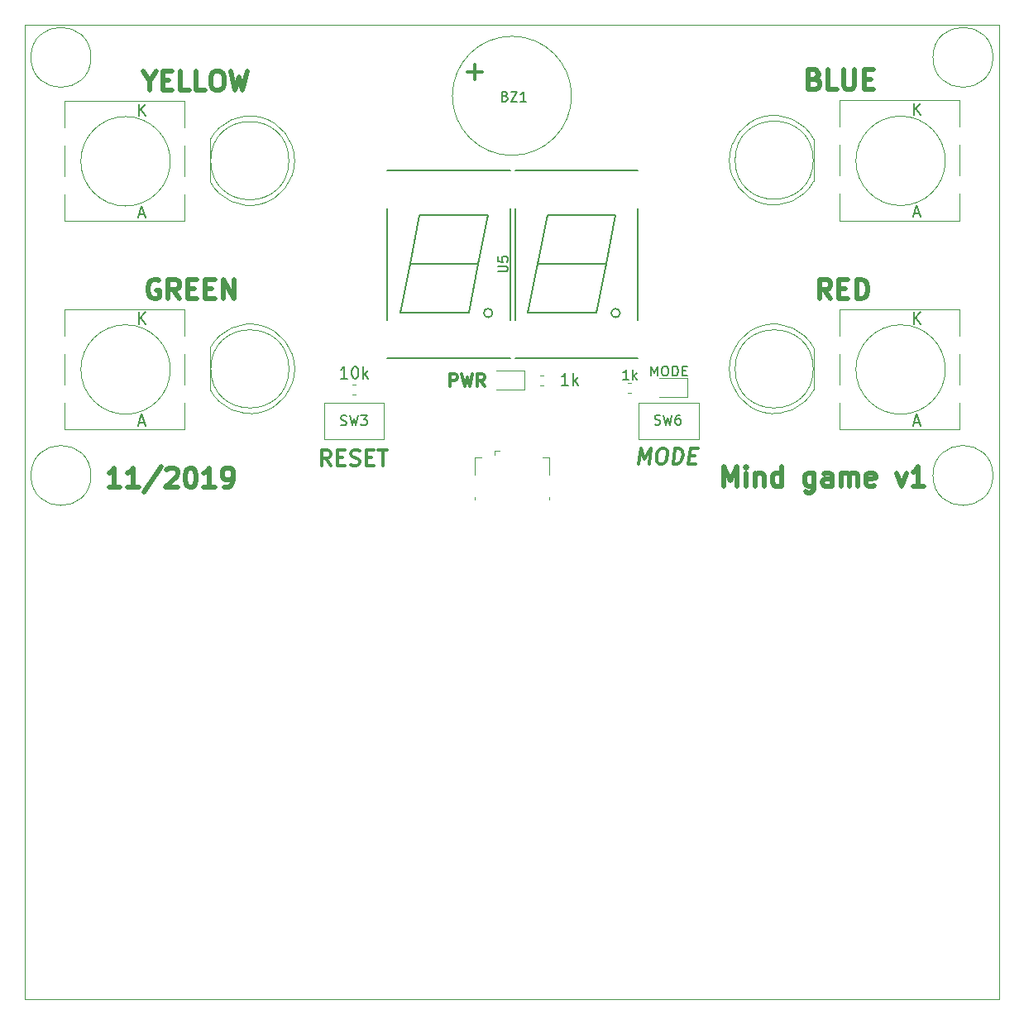
<source format=gbr>
G04 #@! TF.GenerationSoftware,KiCad,Pcbnew,(5.1.7)-1*
G04 #@! TF.CreationDate,2020-10-06T16:51:20+07:00*
G04 #@! TF.ProjectId,PIC16F1X_KIT2019,50494331-3646-4315-985f-4b4954323031,rev?*
G04 #@! TF.SameCoordinates,Original*
G04 #@! TF.FileFunction,Legend,Top*
G04 #@! TF.FilePolarity,Positive*
%FSLAX46Y46*%
G04 Gerber Fmt 4.6, Leading zero omitted, Abs format (unit mm)*
G04 Created by KiCad (PCBNEW (5.1.7)-1) date 2020-10-06 16:51:20*
%MOMM*%
%LPD*%
G01*
G04 APERTURE LIST*
%ADD10C,0.500000*%
%ADD11C,0.050000*%
%ADD12C,0.120000*%
%ADD13C,0.150000*%
%ADD14C,0.200000*%
%ADD15C,0.300000*%
G04 APERTURE END LIST*
D10*
X29417664Y-66238641D02*
X28274807Y-66238641D01*
X28846236Y-66238641D02*
X28846236Y-64238641D01*
X28655760Y-64524356D01*
X28465283Y-64714832D01*
X28274807Y-64810070D01*
X31322426Y-66238641D02*
X30179569Y-66238641D01*
X30750998Y-66238641D02*
X30750998Y-64238641D01*
X30560521Y-64524356D01*
X30370045Y-64714832D01*
X30179569Y-64810070D01*
X33608140Y-64143403D02*
X31893855Y-66714832D01*
X34179569Y-64429118D02*
X34274807Y-64333880D01*
X34465283Y-64238641D01*
X34941474Y-64238641D01*
X35131950Y-64333880D01*
X35227188Y-64429118D01*
X35322426Y-64619594D01*
X35322426Y-64810070D01*
X35227188Y-65095784D01*
X34084331Y-66238641D01*
X35322426Y-66238641D01*
X36560521Y-64238641D02*
X36750998Y-64238641D01*
X36941474Y-64333880D01*
X37036712Y-64429118D01*
X37131950Y-64619594D01*
X37227188Y-65000546D01*
X37227188Y-65476737D01*
X37131950Y-65857689D01*
X37036712Y-66048165D01*
X36941474Y-66143403D01*
X36750998Y-66238641D01*
X36560521Y-66238641D01*
X36370045Y-66143403D01*
X36274807Y-66048165D01*
X36179569Y-65857689D01*
X36084331Y-65476737D01*
X36084331Y-65000546D01*
X36179569Y-64619594D01*
X36274807Y-64429118D01*
X36370045Y-64333880D01*
X36560521Y-64238641D01*
X39131950Y-66238641D02*
X37989093Y-66238641D01*
X38560521Y-66238641D02*
X38560521Y-64238641D01*
X38370045Y-64524356D01*
X38179569Y-64714832D01*
X37989093Y-64810070D01*
X40084331Y-66238641D02*
X40465283Y-66238641D01*
X40655760Y-66143403D01*
X40750998Y-66048165D01*
X40941474Y-65762451D01*
X41036712Y-65381499D01*
X41036712Y-64619594D01*
X40941474Y-64429118D01*
X40846236Y-64333880D01*
X40655760Y-64238641D01*
X40274807Y-64238641D01*
X40084331Y-64333880D01*
X39989093Y-64429118D01*
X39893855Y-64619594D01*
X39893855Y-65095784D01*
X39989093Y-65286260D01*
X40084331Y-65381499D01*
X40274807Y-65476737D01*
X40655760Y-65476737D01*
X40846236Y-65381499D01*
X40941474Y-65286260D01*
X41036712Y-65095784D01*
X91226643Y-66116721D02*
X91226643Y-64116721D01*
X91893310Y-65545293D01*
X92559977Y-64116721D01*
X92559977Y-66116721D01*
X93512358Y-66116721D02*
X93512358Y-64783388D01*
X93512358Y-64116721D02*
X93417120Y-64211960D01*
X93512358Y-64307198D01*
X93607596Y-64211960D01*
X93512358Y-64116721D01*
X93512358Y-64307198D01*
X94464739Y-64783388D02*
X94464739Y-66116721D01*
X94464739Y-64973864D02*
X94559977Y-64878626D01*
X94750453Y-64783388D01*
X95036167Y-64783388D01*
X95226643Y-64878626D01*
X95321881Y-65069102D01*
X95321881Y-66116721D01*
X97131405Y-66116721D02*
X97131405Y-64116721D01*
X97131405Y-66021483D02*
X96940929Y-66116721D01*
X96559977Y-66116721D01*
X96369500Y-66021483D01*
X96274262Y-65926245D01*
X96179024Y-65735769D01*
X96179024Y-65164340D01*
X96274262Y-64973864D01*
X96369500Y-64878626D01*
X96559977Y-64783388D01*
X96940929Y-64783388D01*
X97131405Y-64878626D01*
X100464739Y-64783388D02*
X100464739Y-66402436D01*
X100369500Y-66592912D01*
X100274262Y-66688150D01*
X100083786Y-66783388D01*
X99798072Y-66783388D01*
X99607596Y-66688150D01*
X100464739Y-66021483D02*
X100274262Y-66116721D01*
X99893310Y-66116721D01*
X99702834Y-66021483D01*
X99607596Y-65926245D01*
X99512358Y-65735769D01*
X99512358Y-65164340D01*
X99607596Y-64973864D01*
X99702834Y-64878626D01*
X99893310Y-64783388D01*
X100274262Y-64783388D01*
X100464739Y-64878626D01*
X102274262Y-66116721D02*
X102274262Y-65069102D01*
X102179024Y-64878626D01*
X101988548Y-64783388D01*
X101607596Y-64783388D01*
X101417120Y-64878626D01*
X102274262Y-66021483D02*
X102083786Y-66116721D01*
X101607596Y-66116721D01*
X101417120Y-66021483D01*
X101321881Y-65831007D01*
X101321881Y-65640531D01*
X101417120Y-65450055D01*
X101607596Y-65354817D01*
X102083786Y-65354817D01*
X102274262Y-65259579D01*
X103226643Y-66116721D02*
X103226643Y-64783388D01*
X103226643Y-64973864D02*
X103321881Y-64878626D01*
X103512358Y-64783388D01*
X103798072Y-64783388D01*
X103988548Y-64878626D01*
X104083786Y-65069102D01*
X104083786Y-66116721D01*
X104083786Y-65069102D02*
X104179024Y-64878626D01*
X104369500Y-64783388D01*
X104655215Y-64783388D01*
X104845691Y-64878626D01*
X104940929Y-65069102D01*
X104940929Y-66116721D01*
X106655215Y-66021483D02*
X106464739Y-66116721D01*
X106083786Y-66116721D01*
X105893310Y-66021483D01*
X105798072Y-65831007D01*
X105798072Y-65069102D01*
X105893310Y-64878626D01*
X106083786Y-64783388D01*
X106464739Y-64783388D01*
X106655215Y-64878626D01*
X106750453Y-65069102D01*
X106750453Y-65259579D01*
X105798072Y-65450055D01*
X108940929Y-64783388D02*
X109417120Y-66116721D01*
X109893310Y-64783388D01*
X111702834Y-66116721D02*
X110559977Y-66116721D01*
X111131405Y-66116721D02*
X111131405Y-64116721D01*
X110940929Y-64402436D01*
X110750453Y-64592912D01*
X110559977Y-64688150D01*
D11*
X26439720Y-65024000D02*
G75*
G03*
X26439720Y-65024000I-3071720J0D01*
G01*
X26439720Y-22225000D02*
G75*
G03*
X26439720Y-22225000I-3071720J0D01*
G01*
X118768720Y-22225000D02*
G75*
G03*
X118768720Y-22225000I-3071720J0D01*
G01*
X118768720Y-65024000D02*
G75*
G03*
X118768720Y-65024000I-3071720J0D01*
G01*
D12*
X119380000Y-18923000D02*
X19685000Y-18923000D01*
X119380000Y-18923000D02*
X119380000Y-118618000D01*
X19685000Y-118618000D02*
X19685000Y-18923000D01*
X19685000Y-118618000D02*
X119380000Y-118618000D01*
X115366520Y-47988200D02*
X115366520Y-50708200D01*
X115366520Y-57568200D02*
X115366520Y-60288200D01*
X103066520Y-55708200D02*
X103066520Y-52568200D01*
X103066520Y-60288200D02*
X103066520Y-57568200D01*
X113895570Y-54178200D02*
G75*
G03*
X113895570Y-54178200I-4579050J0D01*
G01*
X103066520Y-50708200D02*
X103066520Y-47988200D01*
X115366520Y-60288200D02*
X103066520Y-60288200D01*
X115366520Y-52568200D02*
X115366520Y-55708200D01*
X103066520Y-47988200D02*
X115366520Y-47988200D01*
X36032160Y-47988200D02*
X36032160Y-50708200D01*
X36032160Y-57568200D02*
X36032160Y-60288200D01*
X23732160Y-55708200D02*
X23732160Y-52568200D01*
X23732160Y-60288200D02*
X23732160Y-57568200D01*
X34561210Y-54178200D02*
G75*
G03*
X34561210Y-54178200I-4579050J0D01*
G01*
X23732160Y-50708200D02*
X23732160Y-47988200D01*
X36032160Y-60288200D02*
X23732160Y-60288200D01*
X36032160Y-52568200D02*
X36032160Y-55708200D01*
X23732160Y-47988200D02*
X36032160Y-47988200D01*
X103066520Y-26626800D02*
X115366520Y-26626800D01*
X115366520Y-31206800D02*
X115366520Y-34346800D01*
X115366520Y-38926800D02*
X103066520Y-38926800D01*
X103066520Y-29346800D02*
X103066520Y-26626800D01*
X113895570Y-32816800D02*
G75*
G03*
X113895570Y-32816800I-4579050J0D01*
G01*
X103066520Y-38926800D02*
X103066520Y-36206800D01*
X103066520Y-34346800D02*
X103066520Y-31206800D01*
X115366520Y-36206800D02*
X115366520Y-38926800D01*
X115366520Y-26626800D02*
X115366520Y-29346800D01*
X36032160Y-26674333D02*
X36032160Y-29394333D01*
X36032160Y-36254333D02*
X36032160Y-38974333D01*
X23732160Y-34394333D02*
X23732160Y-31254333D01*
X23732160Y-38974333D02*
X23732160Y-36254333D01*
X34561210Y-32864333D02*
G75*
G03*
X34561210Y-32864333I-4579050J0D01*
G01*
X23732160Y-29394333D02*
X23732160Y-26674333D01*
X36032160Y-38974333D02*
X23732160Y-38974333D01*
X36032160Y-31254333D02*
X36032160Y-34394333D01*
X23732160Y-26674333D02*
X36032160Y-26674333D01*
X53553579Y-56732900D02*
X53228021Y-56732900D01*
X53553579Y-55712900D02*
X53228021Y-55712900D01*
X72392321Y-54773100D02*
X72717879Y-54773100D01*
X72392321Y-55793100D02*
X72717879Y-55793100D01*
X75632500Y-26162000D02*
G75*
G03*
X75632500Y-26162000I-6100000J0D01*
G01*
X70770200Y-54323100D02*
X67910200Y-54323100D01*
X70770200Y-56243100D02*
X70770200Y-54323100D01*
X67910200Y-56243100D02*
X70770200Y-56243100D01*
X50316250Y-61286000D02*
X50316250Y-57586000D01*
X56436250Y-61286000D02*
X50316250Y-61286000D01*
X56436250Y-57586000D02*
X56436250Y-61286000D01*
X50316250Y-57586000D02*
X56436250Y-57586000D01*
X82518750Y-61286000D02*
X82518750Y-57586000D01*
X88638750Y-61286000D02*
X82518750Y-61286000D01*
X88638750Y-57586000D02*
X88638750Y-61286000D01*
X82518750Y-57586000D02*
X88638750Y-57586000D01*
D13*
X60093600Y-38395900D02*
X59093600Y-43395900D01*
X59093600Y-43395900D02*
X58093600Y-48395900D01*
X58093600Y-48395900D02*
X65093600Y-48395900D01*
X65093600Y-48395900D02*
X66093600Y-43395900D01*
X67093600Y-38395900D02*
X66093600Y-43395900D01*
X66093600Y-43395900D02*
X59093600Y-43395900D01*
X60093600Y-38395900D02*
X67093600Y-38395900D01*
X69393600Y-52995900D02*
X56793600Y-52995900D01*
X56793600Y-37695900D02*
X56793600Y-49095900D01*
X69393600Y-37695900D02*
X69393600Y-49095900D01*
X56793600Y-33795900D02*
X69393600Y-33795900D01*
X67540814Y-48395900D02*
G75*
G03*
X67540814Y-48395900I-447214J0D01*
G01*
X80596414Y-48395900D02*
G75*
G03*
X80596414Y-48395900I-447214J0D01*
G01*
X69849200Y-33795900D02*
X82449200Y-33795900D01*
X82449200Y-37695900D02*
X82449200Y-49095900D01*
X69849200Y-37695900D02*
X69849200Y-49095900D01*
X82449200Y-52995900D02*
X69849200Y-52995900D01*
X73149200Y-38395900D02*
X80149200Y-38395900D01*
X79149200Y-43395900D02*
X72149200Y-43395900D01*
X80149200Y-38395900D02*
X79149200Y-43395900D01*
X78149200Y-48395900D02*
X79149200Y-43395900D01*
X71149200Y-48395900D02*
X78149200Y-48395900D01*
X72149200Y-43395900D02*
X71149200Y-48395900D01*
X73149200Y-38395900D02*
X72149200Y-43395900D01*
D12*
X67780120Y-62492080D02*
X67780120Y-62882080D01*
X67780120Y-62492080D02*
X68230120Y-62492080D01*
X73350120Y-63192080D02*
X72700120Y-63192080D01*
X73350120Y-64922080D02*
X73350120Y-63192080D01*
X65730120Y-67492080D02*
X65730120Y-67282080D01*
X73350120Y-67492080D02*
X73350120Y-67282080D01*
X65730120Y-64922080D02*
X65730120Y-63192080D01*
X65730120Y-63192080D02*
X66390120Y-63192080D01*
X100432680Y-56256700D02*
X100432680Y-51972700D01*
X100372680Y-54114700D02*
G75*
G03*
X100372680Y-54114700I-4000000J0D01*
G01*
X91782680Y-54114214D02*
G75*
G03*
X100432680Y-56255845I4590000J-486D01*
G01*
X91782680Y-54115186D02*
G75*
G02*
X100432680Y-51973555I4590000J486D01*
G01*
X100432680Y-34895300D02*
X100432680Y-30611300D01*
X100372680Y-32753300D02*
G75*
G03*
X100372680Y-32753300I-4000000J0D01*
G01*
X91782680Y-32752814D02*
G75*
G03*
X100432680Y-34894445I4590000J-486D01*
G01*
X91782680Y-32753786D02*
G75*
G02*
X100432680Y-30612155I4590000J486D01*
G01*
X46707560Y-54114700D02*
G75*
G03*
X46707560Y-54114700I-4000000J0D01*
G01*
X38647560Y-51972700D02*
X38647560Y-56256700D01*
X47297560Y-54114214D02*
G75*
G02*
X38647560Y-56255845I-4590000J-486D01*
G01*
X47297560Y-54115186D02*
G75*
G03*
X38647560Y-51973555I-4590000J486D01*
G01*
X46697400Y-32800833D02*
G75*
G03*
X46697400Y-32800833I-4000000J0D01*
G01*
X38637400Y-30658833D02*
X38637400Y-34942833D01*
X47287400Y-32800347D02*
G75*
G02*
X38637400Y-34941978I-4590000J-486D01*
G01*
X47287400Y-32801319D02*
G75*
G03*
X38637400Y-30659688I-4590000J486D01*
G01*
X87447840Y-55072400D02*
X84587840Y-55072400D01*
X87447840Y-56992400D02*
X87447840Y-55072400D01*
X84587840Y-56992400D02*
X87447840Y-56992400D01*
X81700187Y-55517320D02*
X81357653Y-55517320D01*
X81700187Y-56537320D02*
X81357653Y-56537320D01*
D10*
X102143085Y-46939721D02*
X101476419Y-45987340D01*
X101000228Y-46939721D02*
X101000228Y-44939721D01*
X101762133Y-44939721D01*
X101952609Y-45034960D01*
X102047847Y-45130198D01*
X102143085Y-45320674D01*
X102143085Y-45606388D01*
X102047847Y-45796864D01*
X101952609Y-45892102D01*
X101762133Y-45987340D01*
X101000228Y-45987340D01*
X103000228Y-45892102D02*
X103666895Y-45892102D01*
X103952609Y-46939721D02*
X103000228Y-46939721D01*
X103000228Y-44939721D01*
X103952609Y-44939721D01*
X104809752Y-46939721D02*
X104809752Y-44939721D01*
X105285942Y-44939721D01*
X105571657Y-45034960D01*
X105762133Y-45225436D01*
X105857371Y-45415912D01*
X105952609Y-45796864D01*
X105952609Y-46082579D01*
X105857371Y-46463531D01*
X105762133Y-46654007D01*
X105571657Y-46844483D01*
X105285942Y-46939721D01*
X104809752Y-46939721D01*
D14*
X110681805Y-59585200D02*
X111253234Y-59585200D01*
X110567520Y-59928057D02*
X110967520Y-58728057D01*
X111367520Y-59928057D01*
X110653234Y-49514057D02*
X110653234Y-48314057D01*
X111338948Y-49514057D02*
X110824662Y-48828342D01*
X111338948Y-48314057D02*
X110653234Y-48999771D01*
D10*
X33405226Y-45055280D02*
X33214750Y-44960041D01*
X32929036Y-44960041D01*
X32643321Y-45055280D01*
X32452845Y-45245756D01*
X32357607Y-45436232D01*
X32262369Y-45817184D01*
X32262369Y-46102899D01*
X32357607Y-46483851D01*
X32452845Y-46674327D01*
X32643321Y-46864803D01*
X32929036Y-46960041D01*
X33119512Y-46960041D01*
X33405226Y-46864803D01*
X33500464Y-46769565D01*
X33500464Y-46102899D01*
X33119512Y-46102899D01*
X35500464Y-46960041D02*
X34833798Y-46007660D01*
X34357607Y-46960041D02*
X34357607Y-44960041D01*
X35119512Y-44960041D01*
X35309988Y-45055280D01*
X35405226Y-45150518D01*
X35500464Y-45340994D01*
X35500464Y-45626708D01*
X35405226Y-45817184D01*
X35309988Y-45912422D01*
X35119512Y-46007660D01*
X34357607Y-46007660D01*
X36357607Y-45912422D02*
X37024274Y-45912422D01*
X37309988Y-46960041D02*
X36357607Y-46960041D01*
X36357607Y-44960041D01*
X37309988Y-44960041D01*
X38167131Y-45912422D02*
X38833798Y-45912422D01*
X39119512Y-46960041D02*
X38167131Y-46960041D01*
X38167131Y-44960041D01*
X39119512Y-44960041D01*
X39976655Y-46960041D02*
X39976655Y-44960041D01*
X41119512Y-46960041D01*
X41119512Y-44960041D01*
D14*
X31347445Y-59585200D02*
X31918874Y-59585200D01*
X31233160Y-59928057D02*
X31633160Y-58728057D01*
X32033160Y-59928057D01*
X31318874Y-49514057D02*
X31318874Y-48314057D01*
X32004588Y-49514057D02*
X31490302Y-48828342D01*
X32004588Y-48314057D02*
X31318874Y-48999771D01*
D10*
X100530352Y-24449422D02*
X100816066Y-24544660D01*
X100911304Y-24639899D01*
X101006542Y-24830375D01*
X101006542Y-25116089D01*
X100911304Y-25306565D01*
X100816066Y-25401803D01*
X100625590Y-25497041D01*
X99863685Y-25497041D01*
X99863685Y-23497041D01*
X100530352Y-23497041D01*
X100720828Y-23592280D01*
X100816066Y-23687518D01*
X100911304Y-23877994D01*
X100911304Y-24068470D01*
X100816066Y-24258946D01*
X100720828Y-24354184D01*
X100530352Y-24449422D01*
X99863685Y-24449422D01*
X102816066Y-25497041D02*
X101863685Y-25497041D01*
X101863685Y-23497041D01*
X103482733Y-23497041D02*
X103482733Y-25116089D01*
X103577971Y-25306565D01*
X103673209Y-25401803D01*
X103863685Y-25497041D01*
X104244638Y-25497041D01*
X104435114Y-25401803D01*
X104530352Y-25306565D01*
X104625590Y-25116089D01*
X104625590Y-23497041D01*
X105577971Y-24449422D02*
X106244638Y-24449422D01*
X106530352Y-25497041D02*
X105577971Y-25497041D01*
X105577971Y-23497041D01*
X106530352Y-23497041D01*
D14*
X110653234Y-28152657D02*
X110653234Y-26952657D01*
X111338948Y-28152657D02*
X110824662Y-27466942D01*
X111338948Y-26952657D02*
X110653234Y-27638371D01*
X110681805Y-38223800D02*
X111253234Y-38223800D01*
X110567520Y-38566657D02*
X110967520Y-37366657D01*
X111367520Y-38566657D01*
D10*
X32435754Y-24666580D02*
X32435754Y-25618961D01*
X31769087Y-23618961D02*
X32435754Y-24666580D01*
X33102420Y-23618961D01*
X33769087Y-24571342D02*
X34435754Y-24571342D01*
X34721468Y-25618961D02*
X33769087Y-25618961D01*
X33769087Y-23618961D01*
X34721468Y-23618961D01*
X36530992Y-25618961D02*
X35578611Y-25618961D01*
X35578611Y-23618961D01*
X38150040Y-25618961D02*
X37197659Y-25618961D01*
X37197659Y-23618961D01*
X39197659Y-23618961D02*
X39578611Y-23618961D01*
X39769087Y-23714200D01*
X39959563Y-23904676D01*
X40054801Y-24285628D01*
X40054801Y-24952295D01*
X39959563Y-25333247D01*
X39769087Y-25523723D01*
X39578611Y-25618961D01*
X39197659Y-25618961D01*
X39007182Y-25523723D01*
X38816706Y-25333247D01*
X38721468Y-24952295D01*
X38721468Y-24285628D01*
X38816706Y-23904676D01*
X39007182Y-23714200D01*
X39197659Y-23618961D01*
X40721468Y-23618961D02*
X41197659Y-25618961D01*
X41578611Y-24190390D01*
X41959563Y-25618961D01*
X42435754Y-23618961D01*
D14*
X31347445Y-38271333D02*
X31918874Y-38271333D01*
X31233160Y-38614190D02*
X31633160Y-37414190D01*
X32033160Y-38614190D01*
X31318874Y-28200190D02*
X31318874Y-27000190D01*
X32004588Y-28200190D02*
X31490302Y-27514475D01*
X32004588Y-27000190D02*
X31318874Y-27685904D01*
X52676514Y-55102057D02*
X51990800Y-55102057D01*
X52333657Y-55102057D02*
X52333657Y-53902057D01*
X52219371Y-54073485D01*
X52105085Y-54187771D01*
X51990800Y-54244914D01*
X53419371Y-53902057D02*
X53533657Y-53902057D01*
X53647942Y-53959200D01*
X53705085Y-54016342D01*
X53762228Y-54130628D01*
X53819371Y-54359200D01*
X53819371Y-54644914D01*
X53762228Y-54873485D01*
X53705085Y-54987771D01*
X53647942Y-55044914D01*
X53533657Y-55102057D01*
X53419371Y-55102057D01*
X53305085Y-55044914D01*
X53247942Y-54987771D01*
X53190800Y-54873485D01*
X53133657Y-54644914D01*
X53133657Y-54359200D01*
X53190800Y-54130628D01*
X53247942Y-54016342D01*
X53305085Y-53959200D01*
X53419371Y-53902057D01*
X54333657Y-55102057D02*
X54333657Y-53902057D01*
X54447942Y-54644914D02*
X54790800Y-55102057D01*
X54790800Y-54302057D02*
X54333657Y-54759200D01*
X75320542Y-55775157D02*
X74634828Y-55775157D01*
X74977685Y-55775157D02*
X74977685Y-54575157D01*
X74863400Y-54746585D01*
X74749114Y-54860871D01*
X74634828Y-54918014D01*
X75834828Y-55775157D02*
X75834828Y-54575157D01*
X75949114Y-55318014D02*
X76291971Y-55775157D01*
X76291971Y-54975157D02*
X75834828Y-55432300D01*
D13*
X68842047Y-26204871D02*
X68984904Y-26252490D01*
X69032523Y-26300109D01*
X69080142Y-26395347D01*
X69080142Y-26538204D01*
X69032523Y-26633442D01*
X68984904Y-26681061D01*
X68889666Y-26728680D01*
X68508714Y-26728680D01*
X68508714Y-25728680D01*
X68842047Y-25728680D01*
X68937285Y-25776300D01*
X68984904Y-25823919D01*
X69032523Y-25919157D01*
X69032523Y-26014395D01*
X68984904Y-26109633D01*
X68937285Y-26157252D01*
X68842047Y-26204871D01*
X68508714Y-26204871D01*
X69413476Y-25728680D02*
X70080142Y-25728680D01*
X69413476Y-26728680D01*
X70080142Y-26728680D01*
X70984904Y-26728680D02*
X70413476Y-26728680D01*
X70699190Y-26728680D02*
X70699190Y-25728680D01*
X70603952Y-25871538D01*
X70508714Y-25966776D01*
X70413476Y-26014395D01*
D15*
X64960595Y-23764857D02*
X66484404Y-23764857D01*
X65722500Y-24526761D02*
X65722500Y-23002952D01*
X63214466Y-55909295D02*
X63214466Y-54609295D01*
X63709704Y-54609295D01*
X63833514Y-54671200D01*
X63895419Y-54733104D01*
X63957323Y-54856914D01*
X63957323Y-55042628D01*
X63895419Y-55166438D01*
X63833514Y-55228342D01*
X63709704Y-55290247D01*
X63214466Y-55290247D01*
X64390657Y-54609295D02*
X64700180Y-55909295D01*
X64947800Y-54980723D01*
X65195419Y-55909295D01*
X65504942Y-54609295D01*
X66743038Y-55909295D02*
X66309704Y-55290247D01*
X66000180Y-55909295D02*
X66000180Y-54609295D01*
X66495419Y-54609295D01*
X66619228Y-54671200D01*
X66681133Y-54733104D01*
X66743038Y-54856914D01*
X66743038Y-55042628D01*
X66681133Y-55166438D01*
X66619228Y-55228342D01*
X66495419Y-55290247D01*
X66000180Y-55290247D01*
D13*
X52017516Y-59840761D02*
X52160373Y-59888380D01*
X52398469Y-59888380D01*
X52493707Y-59840761D01*
X52541326Y-59793142D01*
X52588945Y-59697904D01*
X52588945Y-59602666D01*
X52541326Y-59507428D01*
X52493707Y-59459809D01*
X52398469Y-59412190D01*
X52207992Y-59364571D01*
X52112754Y-59316952D01*
X52065135Y-59269333D01*
X52017516Y-59174095D01*
X52017516Y-59078857D01*
X52065135Y-58983619D01*
X52112754Y-58936000D01*
X52207992Y-58888380D01*
X52446088Y-58888380D01*
X52588945Y-58936000D01*
X52922278Y-58888380D02*
X53160373Y-59888380D01*
X53350850Y-59174095D01*
X53541326Y-59888380D01*
X53779421Y-58888380D01*
X54065135Y-58888380D02*
X54684183Y-58888380D01*
X54350850Y-59269333D01*
X54493707Y-59269333D01*
X54588945Y-59316952D01*
X54636564Y-59364571D01*
X54684183Y-59459809D01*
X54684183Y-59697904D01*
X54636564Y-59793142D01*
X54588945Y-59840761D01*
X54493707Y-59888380D01*
X54207992Y-59888380D01*
X54112754Y-59840761D01*
X54065135Y-59793142D01*
D15*
X50985710Y-64010449D02*
X50452377Y-63248544D01*
X50071424Y-64010449D02*
X50071424Y-62410449D01*
X50680948Y-62410449D01*
X50833329Y-62486640D01*
X50909520Y-62562830D01*
X50985710Y-62715211D01*
X50985710Y-62943782D01*
X50909520Y-63096163D01*
X50833329Y-63172354D01*
X50680948Y-63248544D01*
X50071424Y-63248544D01*
X51671424Y-63172354D02*
X52204758Y-63172354D01*
X52433329Y-64010449D02*
X51671424Y-64010449D01*
X51671424Y-62410449D01*
X52433329Y-62410449D01*
X53042853Y-63934259D02*
X53271424Y-64010449D01*
X53652377Y-64010449D01*
X53804758Y-63934259D01*
X53880948Y-63858068D01*
X53957139Y-63705687D01*
X53957139Y-63553306D01*
X53880948Y-63400925D01*
X53804758Y-63324735D01*
X53652377Y-63248544D01*
X53347615Y-63172354D01*
X53195234Y-63096163D01*
X53119043Y-63019973D01*
X53042853Y-62867592D01*
X53042853Y-62715211D01*
X53119043Y-62562830D01*
X53195234Y-62486640D01*
X53347615Y-62410449D01*
X53728567Y-62410449D01*
X53957139Y-62486640D01*
X54642853Y-63172354D02*
X55176186Y-63172354D01*
X55404758Y-64010449D02*
X54642853Y-64010449D01*
X54642853Y-62410449D01*
X55404758Y-62410449D01*
X55861900Y-62410449D02*
X56776186Y-62410449D01*
X56319043Y-64010449D02*
X56319043Y-62410449D01*
D13*
X84156516Y-59789961D02*
X84299373Y-59837580D01*
X84537469Y-59837580D01*
X84632707Y-59789961D01*
X84680326Y-59742342D01*
X84727945Y-59647104D01*
X84727945Y-59551866D01*
X84680326Y-59456628D01*
X84632707Y-59409009D01*
X84537469Y-59361390D01*
X84346992Y-59313771D01*
X84251754Y-59266152D01*
X84204135Y-59218533D01*
X84156516Y-59123295D01*
X84156516Y-59028057D01*
X84204135Y-58932819D01*
X84251754Y-58885200D01*
X84346992Y-58837580D01*
X84585088Y-58837580D01*
X84727945Y-58885200D01*
X85061278Y-58837580D02*
X85299373Y-59837580D01*
X85489850Y-59123295D01*
X85680326Y-59837580D01*
X85918421Y-58837580D01*
X86727945Y-58837580D02*
X86537469Y-58837580D01*
X86442230Y-58885200D01*
X86394611Y-58932819D01*
X86299373Y-59075676D01*
X86251754Y-59266152D01*
X86251754Y-59647104D01*
X86299373Y-59742342D01*
X86346992Y-59789961D01*
X86442230Y-59837580D01*
X86632707Y-59837580D01*
X86727945Y-59789961D01*
X86775564Y-59742342D01*
X86823183Y-59647104D01*
X86823183Y-59409009D01*
X86775564Y-59313771D01*
X86727945Y-59266152D01*
X86632707Y-59218533D01*
X86442230Y-59218533D01*
X86346992Y-59266152D01*
X86299373Y-59313771D01*
X86251754Y-59409009D01*
D15*
X82507430Y-63842809D02*
X82707430Y-62242809D01*
X83097906Y-63385666D01*
X83774097Y-62242809D01*
X83574097Y-63842809D01*
X84840764Y-62242809D02*
X85145525Y-62242809D01*
X85288383Y-62319000D01*
X85421716Y-62471380D01*
X85459811Y-62776142D01*
X85393145Y-63309476D01*
X85278859Y-63614238D01*
X85107430Y-63766619D01*
X84945525Y-63842809D01*
X84640764Y-63842809D01*
X84497906Y-63766619D01*
X84364573Y-63614238D01*
X84326478Y-63309476D01*
X84393145Y-62776142D01*
X84507430Y-62471380D01*
X84678859Y-62319000D01*
X84840764Y-62242809D01*
X86012192Y-63842809D02*
X86212192Y-62242809D01*
X86593145Y-62242809D01*
X86812192Y-62319000D01*
X86945525Y-62471380D01*
X87002668Y-62623761D01*
X87040764Y-62928523D01*
X87012192Y-63157095D01*
X86897906Y-63461857D01*
X86802668Y-63614238D01*
X86631240Y-63766619D01*
X86393145Y-63842809D01*
X86012192Y-63842809D01*
X87716954Y-63004714D02*
X88250287Y-63004714D01*
X88374097Y-63842809D02*
X87612192Y-63842809D01*
X87812192Y-62242809D01*
X88574097Y-62242809D01*
D13*
X68101580Y-44157804D02*
X68911104Y-44157804D01*
X69006342Y-44110185D01*
X69053961Y-44062566D01*
X69101580Y-43967328D01*
X69101580Y-43776852D01*
X69053961Y-43681614D01*
X69006342Y-43633995D01*
X68911104Y-43586376D01*
X68101580Y-43586376D01*
X68101580Y-42633995D02*
X68101580Y-43110185D01*
X68577771Y-43157804D01*
X68530152Y-43110185D01*
X68482533Y-43014947D01*
X68482533Y-42776852D01*
X68530152Y-42681614D01*
X68577771Y-42633995D01*
X68673009Y-42586376D01*
X68911104Y-42586376D01*
X69006342Y-42633995D01*
X69053961Y-42681614D01*
X69101580Y-42776852D01*
X69101580Y-43014947D01*
X69053961Y-43110185D01*
X69006342Y-43157804D01*
X83778316Y-54834780D02*
X83778316Y-53834780D01*
X84111649Y-54549066D01*
X84444982Y-53834780D01*
X84444982Y-54834780D01*
X85111649Y-53834780D02*
X85302125Y-53834780D01*
X85397363Y-53882400D01*
X85492601Y-53977638D01*
X85540220Y-54168114D01*
X85540220Y-54501447D01*
X85492601Y-54691923D01*
X85397363Y-54787161D01*
X85302125Y-54834780D01*
X85111649Y-54834780D01*
X85016411Y-54787161D01*
X84921173Y-54691923D01*
X84873554Y-54501447D01*
X84873554Y-54168114D01*
X84921173Y-53977638D01*
X85016411Y-53882400D01*
X85111649Y-53834780D01*
X85968792Y-54834780D02*
X85968792Y-53834780D01*
X86206887Y-53834780D01*
X86349744Y-53882400D01*
X86444982Y-53977638D01*
X86492601Y-54072876D01*
X86540220Y-54263352D01*
X86540220Y-54406209D01*
X86492601Y-54596685D01*
X86444982Y-54691923D01*
X86349744Y-54787161D01*
X86206887Y-54834780D01*
X85968792Y-54834780D01*
X86968792Y-54310971D02*
X87302125Y-54310971D01*
X87444982Y-54834780D02*
X86968792Y-54834780D01*
X86968792Y-53834780D01*
X87444982Y-53834780D01*
X81496232Y-55189380D02*
X80924803Y-55189380D01*
X81210518Y-55189380D02*
X81210518Y-54189380D01*
X81115280Y-54332238D01*
X81020041Y-54427476D01*
X80924803Y-54475095D01*
X81924803Y-55189380D02*
X81924803Y-54189380D01*
X82020041Y-54808428D02*
X82305756Y-55189380D01*
X82305756Y-54522714D02*
X81924803Y-54903666D01*
M02*

</source>
